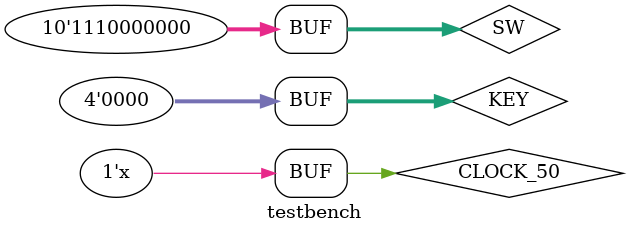
<source format=v>
`timescale 1ns / 1ps

module testbench ( );

	parameter CLOCK_PERIOD = 20;

    reg CLOCK_50;	
	reg [9:0] SW;
	reg [3:0] KEY;
    wire [6:0] HEX3, HEX2, HEX1, HEX0;
	wire [7:0] VGA_R;
	wire [7:0] VGA_G;
	wire [7:0] VGA_B;
	wire VGA_HS;
	wire VGA_VS;
	wire VGA_BLANK_N;
	wire VGA_SYNC_N;
	wire VGA_CLK;	

	initial begin
        CLOCK_50 <= 1'b0;
	end // initial
	always @ (*)
	begin : Clock_Generator
		#((CLOCK_PERIOD) / 2) CLOCK_50 <= ~CLOCK_50;
	end

	initial begin
        SW <= 0;
        #20 SW[9] <= 1'b1; // reset
		KEY <= 0;
	end // initial

	initial begin
		SW[8] <= 1'b1; SW[7] <= 1'b1;
		#20 SW[5] <= 1'b1;
		#20 SW[5] <= 1'b0;
        #20 SW[8] <= 1'b0;
        #20 SW[8] <= 1'b1;
        #20 SW[7] <= 1'b0;
		#20 SW[7] <= 1'b1;

		#2000 KEY[0] <= 1'b1;
		#2000 KEY[0] <= 1'b0;

		#2000 KEY[1] <= 1'b1;
		#2000 KEY[1] <= 1'b0;

		#2000 KEY[2] <= 1'b1;
		#2000 KEY[2] <= 1'b0;

		#2000 KEY[3] <= 1'b1;
		#2000 KEY[3] <= 1'b0;

		#2000 KEY[0] <= 1'b1;
		#2000 KEY[0] <= 1'b0;

		#2000 KEY[1] <= 1'b1;
		#2000 KEY[1] <= 1'b0;

		#2000 KEY[2] <= 1'b1;
		#2000 KEY[2] <= 1'b0;

		#2000 KEY[3] <= 1'b1;
		#2000 KEY[3] <= 1'b0;
	end // initial

	vga_demo U1 (CLOCK_50, SW, KEY, VGA_R, VGA_G, VGA_B,
				VGA_HS, VGA_VS, VGA_BLANK_N, VGA_SYNC_N, VGA_CLK);

endmodule

</source>
